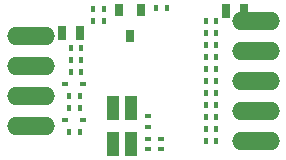
<source format=gbp>
G04 (created by PCBNEW (2013-04-19 BZR 4011)-stable) date 02/09/2014 23:44:52*
%MOIN*%
G04 Gerber Fmt 3.4, Leading zero omitted, Abs format*
%FSLAX34Y34*%
G01*
G70*
G90*
G04 APERTURE LIST*
%ADD10C,2.3622e-006*%
%ADD11R,0.0157X0.0236*%
%ADD12R,0.04X0.08*%
%ADD13R,0.0236X0.0157*%
%ADD14O,0.16X0.06*%
%ADD15R,0.0315X0.0394*%
%ADD16R,0.025X0.045*%
G04 APERTURE END LIST*
G54D10*
G54D11*
X88473Y-63200D03*
X88827Y-63200D03*
G54D12*
X89750Y-66100D03*
X89750Y-67300D03*
X89150Y-67300D03*
X89150Y-66100D03*
G54D11*
X87723Y-64500D03*
X88077Y-64500D03*
X88473Y-62800D03*
X88827Y-62800D03*
X90927Y-62750D03*
X90573Y-62750D03*
X87723Y-64900D03*
X88077Y-64900D03*
X88027Y-66100D03*
X87673Y-66100D03*
G54D13*
X90750Y-67477D03*
X90750Y-67123D03*
X90300Y-66727D03*
X90300Y-66373D03*
G54D11*
X92577Y-66400D03*
X92223Y-66400D03*
X92577Y-65600D03*
X92223Y-65600D03*
X92577Y-67200D03*
X92223Y-67200D03*
X92577Y-65200D03*
X92223Y-65200D03*
X92577Y-63200D03*
X92223Y-63200D03*
X92577Y-64000D03*
X92223Y-64000D03*
X92577Y-63600D03*
X92223Y-63600D03*
X92577Y-64800D03*
X92223Y-64800D03*
X92577Y-66800D03*
X92223Y-66800D03*
X92577Y-66000D03*
X92223Y-66000D03*
X92223Y-64400D03*
X92577Y-64400D03*
X87723Y-64100D03*
X88077Y-64100D03*
G54D14*
X93900Y-63200D03*
X93900Y-64200D03*
X93900Y-65200D03*
X93900Y-66200D03*
X93900Y-67200D03*
X86400Y-63700D03*
X86400Y-64700D03*
X86400Y-65700D03*
X86400Y-66700D03*
G54D13*
X90300Y-67123D03*
X90300Y-67477D03*
G54D15*
X89700Y-63683D03*
X90075Y-62817D03*
X89325Y-62817D03*
G54D16*
X92900Y-62850D03*
X93500Y-62850D03*
X88050Y-63600D03*
X87450Y-63600D03*
G54D11*
X88027Y-66900D03*
X87673Y-66900D03*
X87673Y-65700D03*
X88027Y-65700D03*
G54D13*
X88150Y-66500D03*
X87550Y-66500D03*
X87550Y-65300D03*
X88150Y-65300D03*
M02*

</source>
